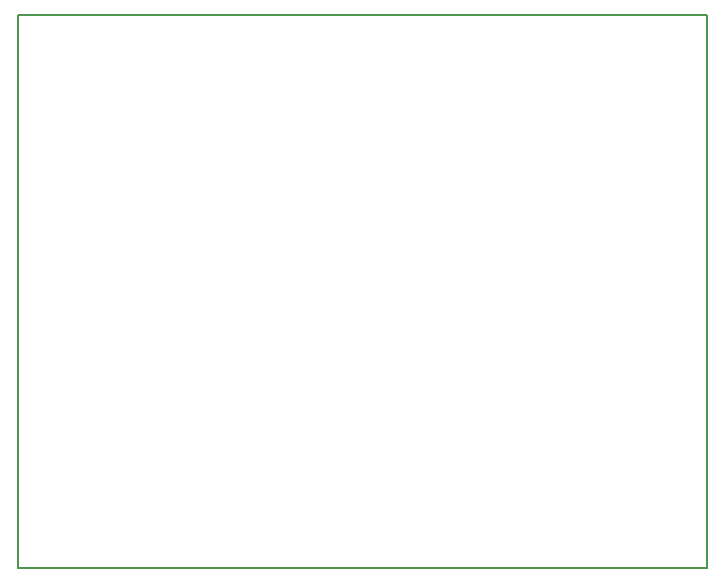
<source format=gm1>
G04 MADE WITH FRITZING*
G04 WWW.FRITZING.ORG*
G04 DOUBLE SIDED*
G04 HOLES PLATED*
G04 CONTOUR ON CENTER OF CONTOUR VECTOR*
%ASAXBY*%
%FSLAX23Y23*%
%MOIN*%
%OFA0B0*%
%SFA1.0B1.0*%
%ADD10R,2.302890X1.852230*%
%ADD11C,0.008000*%
%ADD10C,0.008*%
%LNCONTOUR*%
G90*
G70*
G54D10*
G54D11*
X4Y1848D02*
X2299Y1848D01*
X2299Y4D01*
X4Y4D01*
X4Y1848D01*
D02*
G04 End of contour*
M02*
</source>
